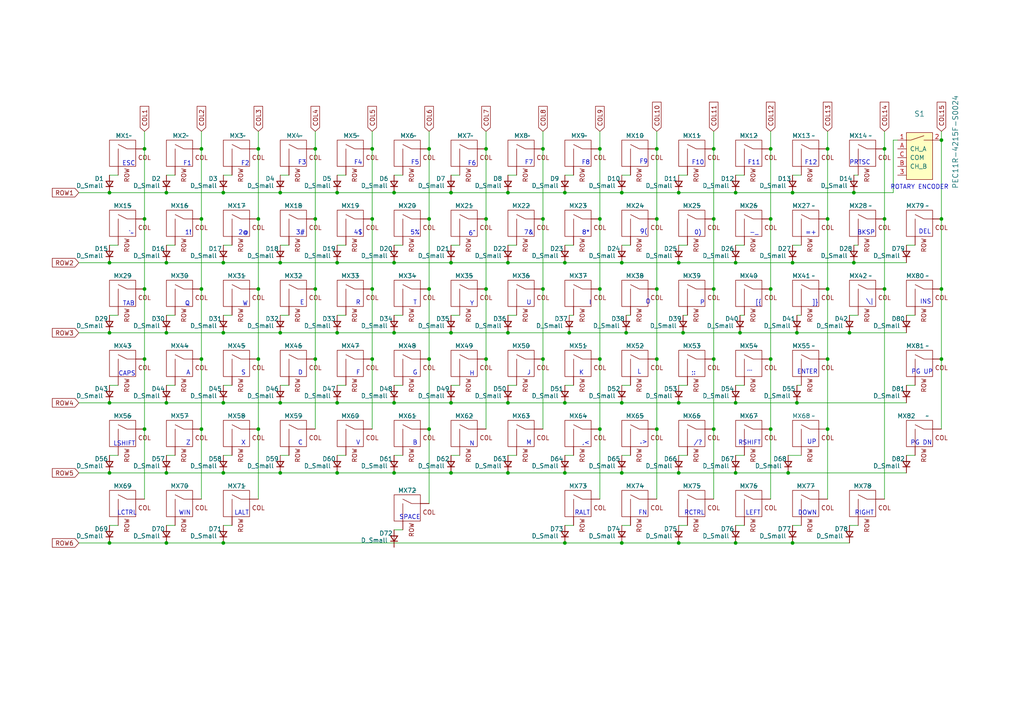
<source format=kicad_sch>
(kicad_sch (version 20231120) (generator "eeschema") (generator_version "8.0")
  (paper "A4")
  (junction (at 180.34 55.88))
  (junction (at 196.85 55.88))
  (junction (at 58.42 104.14))
  (junction (at 97.79 96.52))
  (junction (at 74.93 104.14))
  (junction (at 196.85 76.2))
  (junction (at 240.03 83.82))
  (junction (at 214.63 96.52))
  (junction (at 213.36 55.88))
  (junction (at 198.12 96.52))
  (junction (at 41.91 83.82))
  (junction (at 130.81 137.16))
  (junction (at 58.42 83.82))
  (junction (at 207.01 104.14))
  (junction (at 64.77 157.48))
  (junction (at 31.75 55.88))
  (junction (at 207.01 63.5))
  (junction (at 31.75 96.52))
  (junction (at 107.95 63.5))
  (junction (at 140.97 43.18))
  (junction (at 147.32 96.52))
  (junction (at 97.79 137.16))
  (junction (at 31.75 116.84))
  (junction (at 229.87 157.48))
  (junction (at 147.32 116.84))
  (junction (at 130.81 116.84))
  (junction (at 180.34 76.2))
  (junction (at 196.85 137.16))
  (junction (at 58.42 124.46))
  (junction (at 181.61 96.52))
  (junction (at 173.99 63.5))
  (junction (at 256.54 63.5))
  (junction (at 41.91 124.46))
  (junction (at 58.42 43.18))
  (junction (at 213.36 116.84))
  (junction (at 140.97 104.14))
  (junction (at 157.48 104.14))
  (junction (at 190.5 104.14))
  (junction (at 240.03 124.46))
  (junction (at 163.83 157.48))
  (junction (at 130.81 76.2))
  (junction (at 64.77 76.2))
  (junction (at 247.65 55.88))
  (junction (at 213.36 157.48))
  (junction (at 157.48 83.82))
  (junction (at 81.28 76.2))
  (junction (at 173.99 104.14))
  (junction (at 81.28 96.52))
  (junction (at 240.03 104.14))
  (junction (at 223.52 63.5))
  (junction (at 173.99 43.18))
  (junction (at 173.99 124.46))
  (junction (at 91.44 83.82))
  (junction (at 190.5 83.82))
  (junction (at 273.05 40.64))
  (junction (at 124.46 63.5))
  (junction (at 140.97 63.5))
  (junction (at 74.93 63.5))
  (junction (at 223.52 124.46))
  (junction (at 229.87 55.88))
  (junction (at 213.36 137.16))
  (junction (at 190.5 43.18))
  (junction (at 41.91 104.14))
  (junction (at 114.3 76.2))
  (junction (at 196.85 116.84))
  (junction (at 196.85 157.48))
  (junction (at 114.3 96.52))
  (junction (at 64.77 137.16))
  (junction (at 273.05 104.14))
  (junction (at 180.34 137.16))
  (junction (at 207.01 83.82))
  (junction (at 64.77 55.88))
  (junction (at 213.36 76.2))
  (junction (at 41.91 43.18))
  (junction (at 147.32 76.2))
  (junction (at 48.26 96.52))
  (junction (at 58.42 63.5))
  (junction (at 229.87 76.2))
  (junction (at 107.95 43.18))
  (junction (at 223.52 104.14))
  (junction (at 31.75 137.16))
  (junction (at 48.26 76.2))
  (junction (at 247.65 76.2))
  (junction (at 114.3 55.88))
  (junction (at 81.28 137.16))
  (junction (at 157.48 63.5))
  (junction (at 74.93 43.18))
  (junction (at 180.34 157.48))
  (junction (at 157.48 43.18))
  (junction (at 256.54 83.82))
  (junction (at 74.93 83.82))
  (junction (at 107.95 83.82))
  (junction (at 273.05 83.82))
  (junction (at 173.99 83.82))
  (junction (at 190.5 124.46))
  (junction (at 140.97 83.82))
  (junction (at 163.83 137.16))
  (junction (at 124.46 124.46))
  (junction (at 31.75 157.48))
  (junction (at 124.46 43.18))
  (junction (at 147.32 137.16))
  (junction (at 147.32 55.88))
  (junction (at 228.6 137.16))
  (junction (at 97.79 76.2))
  (junction (at 74.93 124.46))
  (junction (at 165.1 96.52))
  (junction (at 207.01 43.18))
  (junction (at 124.46 104.14))
  (junction (at 223.52 83.82))
  (junction (at 180.34 116.84))
  (junction (at 223.52 43.18))
  (junction (at 130.81 96.52))
  (junction (at 81.28 55.88))
  (junction (at 207.01 124.46))
  (junction (at 31.75 76.2))
  (junction (at 64.77 116.84))
  (junction (at 190.5 63.5))
  (junction (at 91.44 63.5))
  (junction (at 130.81 55.88))
  (junction (at 231.14 96.52))
  (junction (at 256.54 43.18))
  (junction (at 48.26 137.16))
  (junction (at 91.44 43.18))
  (junction (at 246.38 96.52))
  (junction (at 231.14 116.84))
  (junction (at 114.3 116.84))
  (junction (at 107.95 104.14))
  (junction (at 48.26 157.48))
  (junction (at 124.46 83.82))
  (junction (at 64.77 96.52))
  (junction (at 240.03 43.18))
  (junction (at 163.83 76.2))
  (junction (at 41.91 63.5))
  (junction (at 163.83 55.88))
  (junction (at 114.3 137.16))
  (junction (at 81.28 116.84))
  (junction (at 163.83 116.84))
  (junction (at 240.03 63.5))
  (junction (at 97.79 116.84))
  (junction (at 48.26 116.84))
  (junction (at 273.05 63.5))
  (junction (at 91.44 104.14))
  (junction (at 48.26 55.88))
  (junction (at 97.79 55.88))
  (wire (pts (xy 58.42 124.46) (xy 58.42 144.78)))
  (wire (pts (xy 48.26 116.84) (xy 64.77 116.84)))
  (wire (pts (xy 180.34 50.8) (xy 182.88 50.8)))
  (wire (pts (xy 22.86 137.16) (xy 31.75 137.16)))
  (wire (pts (xy 48.26 157.48) (xy 64.77 157.48)))
  (wire (pts (xy 198.12 91.44) (xy 199.39 91.44)))
  (wire (pts (xy 130.81 91.44) (xy 133.35 91.44)))
  (wire (pts (xy 97.79 137.16) (xy 114.3 137.16)))
  (wire (pts (xy 180.34 111.76) (xy 182.88 111.76)))
  (wire (pts (xy 64.77 96.52) (xy 81.28 96.52)))
  (wire (pts (xy 180.34 132.08) (xy 182.88 132.08)))
  (wire (pts (xy 207.01 38.1) (xy 207.01 43.18)))
  (wire (pts (xy 163.83 71.12) (xy 166.37 71.12)))
  (wire (pts (xy 256.54 38.1) (xy 256.54 43.18)))
  (wire (pts (xy 48.26 137.16) (xy 64.77 137.16)))
  (wire (pts (xy 124.46 124.46) (xy 124.46 146.05)))
  (wire (pts (xy 48.26 55.88) (xy 64.77 55.88)))
  (wire (pts (xy 223.52 38.1) (xy 223.52 43.18)))
  (wire (pts (xy 31.75 111.76) (xy 34.29 111.76)))
  (wire (pts (xy 190.5 104.14) (xy 190.5 124.46)))
  (wire (pts (xy 196.85 157.48) (xy 213.36 157.48)))
  (wire (pts (xy 114.3 137.16) (xy 130.81 137.16)))
  (wire (pts (xy 213.36 116.84) (xy 231.14 116.84)))
  (wire (pts (xy 196.85 152.4) (xy 199.39 152.4)))
  (wire (pts (xy 31.75 137.16) (xy 48.26 137.16)))
  (wire (pts (xy 64.77 71.12) (xy 67.31 71.12)))
  (wire (pts (xy 207.01 104.14) (xy 207.01 124.46)))
  (wire (pts (xy 48.26 50.8) (xy 50.8 50.8)))
  (wire (pts (xy 190.5 124.46) (xy 190.5 144.78)))
  (wire (pts (xy 91.44 83.82) (xy 91.44 104.14)))
  (wire (pts (xy 58.42 38.1) (xy 58.42 43.18)))
  (wire (pts (xy 180.34 76.2) (xy 196.85 76.2)))
  (wire (pts (xy 213.36 132.08) (xy 215.9 132.08)))
  (wire (pts (xy 173.99 38.1) (xy 173.99 43.18)))
  (wire (pts (xy 97.79 55.88) (xy 114.3 55.88)))
  (wire (pts (xy 81.28 50.8) (xy 83.82 50.8)))
  (wire (pts (xy 22.86 157.48) (xy 31.75 157.48)))
  (wire (pts (xy 273.05 63.5) (xy 273.05 83.82)))
  (wire (pts (xy 180.34 71.12) (xy 182.88 71.12)))
  (wire (pts (xy 196.85 111.76) (xy 199.39 111.76)))
  (wire (pts (xy 74.93 104.14) (xy 74.93 124.46)))
  (wire (pts (xy 262.89 71.12) (xy 265.43 71.12)))
  (wire (pts (xy 22.86 96.52) (xy 31.75 96.52)))
  (wire (pts (xy 163.83 76.2) (xy 180.34 76.2)))
  (wire (pts (xy 81.28 71.12) (xy 83.82 71.12)))
  (wire (pts (xy 81.28 111.76) (xy 83.82 111.76)))
  (wire (pts (xy 124.46 63.5) (xy 124.46 83.82)))
  (wire (pts (xy 207.01 43.18) (xy 207.01 63.5)))
  (wire (pts (xy 31.75 96.52) (xy 48.26 96.52)))
  (wire (pts (xy 48.26 76.2) (xy 64.77 76.2)))
  (wire (pts (xy 64.77 76.2) (xy 81.28 76.2)))
  (wire (pts (xy 130.81 76.2) (xy 147.32 76.2)))
  (wire (pts (xy 97.79 50.8) (xy 100.33 50.8)))
  (wire (pts (xy 41.91 63.5) (xy 41.91 83.82)))
  (wire (pts (xy 256.54 83.82) (xy 256.54 144.78)))
  (wire (pts (xy 22.86 116.84) (xy 31.75 116.84)))
  (wire (pts (xy 130.81 55.88) (xy 147.32 55.88)))
  (wire (pts (xy 48.26 111.76) (xy 50.8 111.76)))
  (wire (pts (xy 165.1 96.52) (xy 181.61 96.52)))
  (wire (pts (xy 256.54 43.18) (xy 256.54 63.5)))
  (wire (pts (xy 246.38 152.4) (xy 248.92 152.4)))
  (wire (pts (xy 190.5 43.18) (xy 190.5 63.5)))
  (wire (pts (xy 256.54 63.5) (xy 256.54 83.82)))
  (wire (pts (xy 163.83 132.08) (xy 166.37 132.08)))
  (wire (pts (xy 97.79 116.84) (xy 114.3 116.84)))
  (wire (pts (xy 114.3 50.8) (xy 116.84 50.8)))
  (wire (pts (xy 107.95 43.18) (xy 107.95 63.5)))
  (wire (pts (xy 97.79 111.76) (xy 100.33 111.76)))
  (wire (pts (xy 48.26 96.52) (xy 64.77 96.52)))
  (wire (pts (xy 74.93 124.46) (xy 74.93 144.78)))
  (wire (pts (xy 64.77 132.08) (xy 67.31 132.08)))
  (wire (pts (xy 130.81 111.76) (xy 133.35 111.76)))
  (wire (pts (xy 262.89 91.44) (xy 265.43 91.44)))
  (wire (pts (xy 147.32 50.8) (xy 149.86 50.8)))
  (wire (pts (xy 223.52 104.14) (xy 223.52 124.46)))
  (wire (pts (xy 91.44 43.18) (xy 91.44 63.5)))
  (wire (pts (xy 229.87 50.8) (xy 232.41 50.8)))
  (wire (pts (xy 231.14 91.44) (xy 232.41 91.44)))
  (wire (pts (xy 181.61 96.52) (xy 198.12 96.52)))
  (wire (pts (xy 31.75 116.84) (xy 48.26 116.84)))
  (wire (pts (xy 114.3 116.84) (xy 130.81 116.84)))
  (wire (pts (xy 213.36 50.8) (xy 215.9 50.8)))
  (wire (pts (xy 97.79 76.2) (xy 114.3 76.2)))
  (wire (pts (xy 207.01 124.46) (xy 207.01 144.78)))
  (wire (pts (xy 213.36 152.4) (xy 215.9 152.4)))
  (wire (pts (xy 247.65 71.12) (xy 248.92 71.12)))
  (wire (pts (xy 163.83 50.8) (xy 166.37 50.8)))
  (wire (pts (xy 64.77 152.4) (xy 67.31 152.4)))
  (wire (pts (xy 240.03 63.5) (xy 240.03 83.82)))
  (wire (pts (xy 58.42 83.82) (xy 58.42 104.14)))
  (wire (pts (xy 147.32 137.16) (xy 163.83 137.16)))
  (wire (pts (xy 114.3 111.76) (xy 116.84 111.76)))
  (wire (pts (xy 81.28 91.44) (xy 83.82 91.44)))
  (wire (pts (xy 114.3 132.08) (xy 116.84 132.08)))
  (wire (pts (xy 229.87 71.12) (xy 232.41 71.12)))
  (wire (pts (xy 157.48 38.1) (xy 157.48 43.18)))
  (wire (pts (xy 41.91 38.1) (xy 41.91 43.18)))
  (wire (pts (xy 214.63 91.44) (xy 215.9 91.44)))
  (wire (pts (xy 31.75 157.48) (xy 48.26 157.48)))
  (wire (pts (xy 247.65 55.88) (xy 259.08 55.88)))
  (wire (pts (xy 64.77 111.76) (xy 67.31 111.76)))
  (wire (pts (xy 130.81 132.08) (xy 133.35 132.08)))
  (wire (pts (xy 213.36 157.48) (xy 229.87 157.48)))
  (wire (pts (xy 173.99 43.18) (xy 173.99 63.5)))
  (wire (pts (xy 223.52 63.5) (xy 223.52 83.82)))
  (wire (pts (xy 130.81 71.12) (xy 133.35 71.12)))
  (wire (pts (xy 180.34 152.4) (xy 182.88 152.4)))
  (wire (pts (xy 214.63 96.52) (xy 231.14 96.52)))
  (wire (pts (xy 157.48 63.5) (xy 157.48 83.82)))
  (wire (pts (xy 58.42 63.5) (xy 58.42 83.82)))
  (wire (pts (xy 64.77 91.44) (xy 67.31 91.44)))
  (wire (pts (xy 246.38 96.52) (xy 262.89 96.52)))
  (wire (pts (xy 74.93 38.1) (xy 74.93 43.18)))
  (wire (pts (xy 91.44 104.14) (xy 91.44 124.46)))
  (wire (pts (xy 31.75 55.88) (xy 48.26 55.88)))
  (wire (pts (xy 228.6 137.16) (xy 262.89 137.16)))
  (wire (pts (xy 163.83 137.16) (xy 180.34 137.16)))
  (wire (pts (xy 64.77 116.84) (xy 81.28 116.84)))
  (wire (pts (xy 81.28 96.52) (xy 97.79 96.52)))
  (wire (pts (xy 107.95 38.1) (xy 107.95 43.18)))
  (wire (pts (xy 140.97 83.82) (xy 140.97 104.14)))
  (wire (pts (xy 180.34 137.16) (xy 196.85 137.16)))
  (wire (pts (xy 41.91 124.46) (xy 41.91 144.78)))
  (wire (pts (xy 31.75 76.2) (xy 48.26 76.2)))
  (wire (pts (xy 240.03 83.82) (xy 240.03 104.14)))
  (wire (pts (xy 124.46 104.14) (xy 124.46 124.46)))
  (wire (pts (xy 181.61 91.44) (xy 182.88 91.44)))
  (wire (pts (xy 223.52 124.46) (xy 223.52 144.78)))
  (wire (pts (xy 31.75 71.12) (xy 34.29 71.12)))
  (wire (pts (xy 64.77 50.8) (xy 67.31 50.8)))
  (wire (pts (xy 41.91 83.82) (xy 41.91 104.14)))
  (wire (pts (xy 58.42 104.14) (xy 58.42 124.46)))
  (wire (pts (xy 163.83 55.88) (xy 180.34 55.88)))
  (wire (pts (xy 147.32 76.2) (xy 163.83 76.2)))
  (wire (pts (xy 190.5 63.5) (xy 190.5 83.82)))
  (wire (pts (xy 247.65 50.8) (xy 248.92 50.8)))
  (wire (pts (xy 190.5 38.1) (xy 190.5 43.18)))
  (wire (pts (xy 97.79 71.12) (xy 100.33 71.12)))
  (wire (pts (xy 124.46 38.1) (xy 124.46 43.18)))
  (wire (pts (xy 31.75 152.4) (xy 34.29 152.4)))
  (wire (pts (xy 114.3 55.88) (xy 130.81 55.88)))
  (wire (pts (xy 140.97 63.5) (xy 140.97 83.82)))
  (wire (pts (xy 124.46 43.18) (xy 124.46 63.5)))
  (wire (pts (xy 173.99 104.14) (xy 173.99 124.46)))
  (wire (pts (xy 228.6 132.08) (xy 232.41 132.08)))
  (wire (pts (xy 147.32 55.88) (xy 163.83 55.88)))
  (wire (pts (xy 229.87 152.4) (xy 232.41 152.4)))
  (wire (pts (xy 147.32 71.12) (xy 149.86 71.12)))
  (wire (pts (xy 223.52 43.18) (xy 223.52 63.5)))
  (wire (pts (xy 198.12 96.52) (xy 214.63 96.52)))
  (wire (pts (xy 262.89 132.08) (xy 265.43 132.08)))
  (wire (pts (xy 130.81 50.8) (xy 133.35 50.8)))
  (wire (pts (xy 240.03 43.18) (xy 240.03 63.5)))
  (wire (pts (xy 273.05 83.82) (xy 273.05 104.14)))
  (wire (pts (xy 157.48 43.18) (xy 157.48 63.5)))
  (wire (pts (xy 247.65 76.2) (xy 262.89 76.2)))
  (wire (pts (xy 140.97 43.18) (xy 140.97 63.5)))
  (wire (pts (xy 231.14 116.84) (xy 262.89 116.84)))
  (wire (pts (xy 107.95 83.82) (xy 107.95 104.14)))
  (wire (pts (xy 114.3 153.67) (xy 116.84 153.67)))
  (wire (pts (xy 64.77 55.88) (xy 81.28 55.88)))
  (wire (pts (xy 130.81 137.16) (xy 147.32 137.16)))
  (wire (pts (xy 173.99 124.46) (xy 173.99 144.78)))
  (wire (pts (xy 97.79 132.08) (xy 100.33 132.08)))
  (wire (pts (xy 163.83 152.4) (xy 166.37 152.4)))
  (wire (pts (xy 163.83 111.76) (xy 166.37 111.76)))
  (wire (pts (xy 231.14 96.52) (xy 246.38 96.52)))
  (wire (pts (xy 157.48 83.82) (xy 157.48 104.14)))
  (wire (pts (xy 207.01 63.5) (xy 207.01 83.82)))
  (wire (pts (xy 124.46 83.82) (xy 124.46 104.14)))
  (wire (pts (xy 140.97 38.1) (xy 140.97 43.18)))
  (wire (pts (xy 48.26 71.12) (xy 50.8 71.12)))
  (wire (pts (xy 163.83 157.48) (xy 180.34 157.48)))
  (wire (pts (xy 64.77 157.48) (xy 163.83 157.48)))
  (wire (pts (xy 273.05 38.1) (xy 273.05 40.64)))
  (wire (pts (xy 229.87 55.88) (xy 247.65 55.88)))
  (wire (pts (xy 31.75 91.44) (xy 34.29 91.44)))
  (wire (pts (xy 81.28 137.16) (xy 97.79 137.16)))
  (wire (pts (xy 97.79 91.44) (xy 100.33 91.44)))
  (wire (pts (xy 147.32 132.08) (xy 149.86 132.08)))
  (wire (pts (xy 229.87 76.2) (xy 247.65 76.2)))
  (wire (pts (xy 196.85 50.8) (xy 199.39 50.8)))
  (wire (pts (xy 48.26 152.4) (xy 50.8 152.4)))
  (wire (pts (xy 74.93 43.18) (xy 74.93 63.5)))
  (wire (pts (xy 91.44 63.5) (xy 91.44 83.82)))
  (wire (pts (xy 41.91 104.14) (xy 41.91 124.46)))
  (wire (pts (xy 31.75 132.08) (xy 34.29 132.08)))
  (wire (pts (xy 213.36 111.76) (xy 215.9 111.76)))
  (wire (pts (xy 240.03 104.14) (xy 240.03 124.46)))
  (wire (pts (xy 196.85 132.08) (xy 199.39 132.08)))
  (wire (pts (xy 190.5 83.82) (xy 190.5 104.14)))
  (wire (pts (xy 196.85 137.16) (xy 213.36 137.16)))
  (wire (pts (xy 273.05 104.14) (xy 273.05 124.46)))
  (wire (pts (xy 259.08 55.88) (xy 259.08 40.64)))
  (wire (pts (xy 196.85 116.84) (xy 213.36 116.84)))
  (wire (pts (xy 22.86 55.88) (xy 31.75 55.88)))
  (wire (pts (xy 180.34 55.88) (xy 196.85 55.88)))
  (wire (pts (xy 240.03 124.46) (xy 240.03 144.78)))
  (wire (pts (xy 246.38 91.44) (xy 248.92 91.44)))
  (wire (pts (xy 180.34 157.48) (xy 196.85 157.48)))
  (wire (pts (xy 259.08 40.64) (xy 260.35 40.64)))
  (wire (pts (xy 81.28 55.88) (xy 97.79 55.88)))
  (wire (pts (xy 114.3 76.2) (xy 130.81 76.2)))
  (wire (pts (xy 147.32 111.76) (xy 149.86 111.76)))
  (wire (pts (xy 262.89 111.76) (xy 265.43 111.76)))
  (wire (pts (xy 147.32 91.44) (xy 149.86 91.44)))
  (wire (pts (xy 140.97 104.14) (xy 140.97 124.46)))
  (wire (pts (xy 114.3 91.44) (xy 116.84 91.44)))
  (wire (pts (xy 213.36 76.2) (xy 229.87 76.2)))
  (wire (pts (xy 147.32 96.52) (xy 165.1 96.52)))
  (wire (pts (xy 231.14 111.76) (xy 232.41 111.76)))
  (wire (pts (xy 147.32 116.84) (xy 163.83 116.84)))
  (wire (pts (xy 196.85 55.88) (xy 213.36 55.88)))
  (wire (pts (xy 229.87 157.48) (xy 246.38 157.48)))
  (wire (pts (xy 22.86 76.2) (xy 31.75 76.2)))
  (wire (pts (xy 91.44 38.1) (xy 91.44 43.18)))
  (wire (pts (xy 196.85 76.2) (xy 213.36 76.2)))
  (wire (pts (xy 180.34 116.84) (xy 196.85 116.84)))
  (wire (pts (xy 48.26 91.44) (xy 50.8 91.44)))
  (wire (pts (xy 107.95 104.14) (xy 107.95 124.46)))
  (wire (pts (xy 74.93 63.5) (xy 74.93 83.82)))
  (wire (pts (xy 81.28 132.08) (xy 83.82 132.08)))
  (wire (pts (xy 114.3 96.52) (xy 130.81 96.52)))
  (wire (pts (xy 58.42 43.18) (xy 58.42 63.5)))
  (wire (pts (xy 213.36 137.16) (xy 228.6 137.16)))
  (wire (pts (xy 114.3 71.12) (xy 116.84 71.12)))
  (wire (pts (xy 163.83 116.84) (xy 180.34 116.84)))
  (wire (pts (xy 130.81 96.52) (xy 147.32 96.52)))
  (wire (pts (xy 81.28 116.84) (xy 97.79 116.84)))
  (wire (pts (xy 31.75 50.8) (xy 34.29 50.8)))
  (wire (pts (xy 74.93 83.82) (xy 74.93 104.14)))
  (wire (pts (xy 64.77 137.16) (xy 81.28 137.16)))
  (wire (pts (xy 213.36 55.88) (xy 229.87 55.88)))
  (wire (pts (xy 48.26 132.08) (xy 50.8 132.08)))
  (wire (pts (xy 273.05 40.64) (xy 273.05 63.5)))
  (wire (pts (xy 223.52 83.82) (xy 223.52 104.14)))
  (wire (pts (xy 130.81 116.84) (xy 147.32 116.84)))
  (wire (pts (xy 213.36 71.12) (xy 215.9 71.12)))
  (wire (pts (xy 81.28 76.2) (xy 97.79 76.2)))
  (wire (pts (xy 165.1 91.44) (xy 166.37 91.44)))
  (wire (pts (xy 41.91 43.18) (xy 41.91 63.5)))
  (wire (pts (xy 207.01 83.82) (xy 207.01 104.14)))
  (wire (pts (xy 196.85 71.12) (xy 199.39 71.12)))
  (wire (pts (xy 240.03 38.1) (xy 240.03 43.18)))
  (wire (pts (xy 107.95 63.5) (xy 107.95 83.82)))
  (wire (pts (xy 157.48 104.14) (xy 157.48 124.46)))
  (wire (pts (xy 97.79 96.52) (xy 114.3 96.52)))
  (wire (pts (xy 173.99 83.82) (xy 173.99 104.14)))
  (wire (pts (xy 173.99 63.5) (xy 173.99 83.82)))
  (text "F12\n" (at 235.204 47.244 0) (effects (font (size 1.27 1.27))))
  (text "UP" (at 235.458 128.27 0) (effects (font (size 1.27 1.27))))
  (text "DEL" (at 268.224 67.31 0) (effects (font (size 1.27 1.27))))
  (text "K" (at 168.656 108.204 0) (effects (font (size 1.27 1.27))))
  (text ";:" (at 201.168 108.204 0) (effects (font (size 1.27 1.27))))
  (text "G" (at 120.396 108.204 0) (effects (font (size 1.27 1.27))))
  (text "W" (at 71.12 88.138 0) (effects (font (size 1.27 1.27))))
  (text "A" (at 54.61 108.204 0) (effects (font (size 1.27 1.27))))
  (text "8*" (at 169.926 67.564 0) (effects (font (size 1.27 1.27))))
  (text "O" (at 187.96 87.63 0) (effects (font (size 1.27 1.27))))
  (text "F6\n" (at 136.906 47.498 0) (effects (font (size 1.27 1.27))))
  (text "]}" (at 236.474 87.884 0) (effects (font (size 1.27 1.27))))
  (text "D" (at 87.122 108.204 0) (effects (font (size 1.27 1.27))))
  (text "F" (at 103.886 108.204 0) (effects (font (size 1.27 1.27))))
  (text "X" (at 70.612 128.524 0) (effects (font (size 1.27 1.27))))
  (text "4$" (at 103.886 67.564 0) (effects (font (size 1.27 1.27))))
  (text "Z" (at 54.61 128.524 0) (effects (font (size 1.27 1.27))))
  (text "Y" (at 136.906 88.138 0) (effects (font (size 1.27 1.27))))
  (text "E" (at 87.63 87.884 0) (effects (font (size 1.27 1.27))))
  (text "/?\n" (at 202.438 128.524 0) (effects (font (size 1.27 1.27))))
  (text "RSHIFT" (at 217.424 128.524 0) (effects (font (size 1.27 1.27))))
  (text "LCTRL\n" (at 36.83 148.844 0) (effects (font (size 1.27 1.27))))
  (text "'\"" (at 217.424 108.204 0) (effects (font (size 1.27 1.27))))
  (text "N" (at 136.906 128.778 0) (effects (font (size 1.27 1.27))))
  (text "6^" (at 136.906 67.818 0) (effects (font (size 1.27 1.27))))
  (text "=+" (at 235.204 67.564 0) (effects (font (size 1.27 1.27))))
  (text ",<" (at 169.926 128.524 0) (effects (font (size 1.27 1.27))))
  (text "5%" (at 120.396 67.564 0) (effects (font (size 1.27 1.27))))
  (text "RALT" (at 168.91 148.844 0) (effects (font (size 1.27 1.27))))
  (text "RCTRL" (at 201.422 148.844 0) (effects (font (size 1.27 1.27))))
  (text "WIN" (at 53.594 148.844 0) (effects (font (size 1.27 1.27))))
  (text "FN" (at 186.436 148.844 0) (effects (font (size 1.27 1.27))))
  (text "M" (at 153.416 128.524 0) (effects (font (size 1.27 1.27))))
  (text "RIGHT" (at 250.698 148.844 0) (effects (font (size 1.27 1.27))))
  (text "F5\n" (at 120.396 47.244 0) (effects (font (size 1.27 1.27))))
  (text "SPACE" (at 118.872 150.114 0) (effects (font (size 1.27 1.27))))
  (text "ENTER" (at 234.188 107.95 0) (effects (font (size 1.27 1.27))))
  (text "U" (at 153.416 87.884 0) (effects (font (size 1.27 1.27))))
  (text "T" (at 120.396 87.884 0) (effects (font (size 1.27 1.27))))
  (text "F11" (at 218.694 47.244 0) (effects (font (size 1.27 1.27))))
  (text "R\n" (at 103.886 87.884 0) (effects (font (size 1.27 1.27))))
  (text "LSHIFT" (at 36.068 128.778 0) (effects (font (size 1.27 1.27))))
  (text "F7" (at 153.416 47.244 0) (effects (font (size 1.27 1.27))))
  (text "F3" (at 87.63 47.244 0) (effects (font (size 1.27 1.27))))
  (text "9(" (at 186.69 67.31 0) (effects (font (size 1.27 1.27))))
  (text "BKSP" (at 251.206 67.564 0) (effects (font (size 1.27 1.27))))
  (text "\\|" (at 252.476 87.63 0) (effects (font (size 1.27 1.27))))
  (text "3#" (at 87.122 67.564 0) (effects (font (size 1.27 1.27))))
  (text "TAB" (at 37.338 88.138 0) (effects (font (size 1.27 1.27))))
  (text "DOWN" (at 234.188 148.844 0) (effects (font (size 1.27 1.27))))
  (text "I" (at 171.196 87.884 0) (effects (font (size 1.27 1.27))))
  (text "INS" (at 268.478 87.63 0) (effects (font (size 1.27 1.27))))
  (text "J" (at 153.416 108.204 0) (effects (font (size 1.27 1.27))))
  (text "F8" (at 169.926 47.244 0) (effects (font (size 1.27 1.27))))
  (text "L" (at 185.42 107.95 0) (effects (font (size 1.27 1.27))))
  (text "CAPS" (at 36.83 108.458 0) (effects (font (size 1.27 1.27))))
  (text "7&" (at 153.416 67.564 0) (effects (font (size 1.27 1.27))))
  (text "ESC\n" (at 37.338 47.498 0) (effects (font (size 1.27 1.27))))
  (text "B" (at 120.396 128.524 0) (effects (font (size 1.27 1.27))))
  (text "F9" (at 186.69 46.99 0) (effects (font (size 1.27 1.27))))
  (text "2@" (at 70.612 67.564 0) (effects (font (size 1.27 1.27))))
  (text "V" (at 103.886 128.524 0) (effects (font (size 1.27 1.27))))
  (text "Q" (at 54.356 88.138 0) (effects (font (size 1.27 1.27))))
  (text "[{" (at 219.964 87.884 0) (effects (font (size 1.27 1.27))))
  (text "PRTSC\n" (at 249.428 47.244 0) (effects (font (size 1.27 1.27))))
  (text "F1" (at 54.356 47.498 0) (effects (font (size 1.27 1.27))))
  (text "ROTARY ENCODER\n" (at 266.7 54.356 0) (effects (font (size 1.27 1.27))))
  (text "LEFT" (at 218.44 148.844 0) (effects (font (size 1.27 1.27))))
  (text ".>\n" (at 186.69 128.27 0) (effects (font (size 1.27 1.27))))
  (text "PG UP" (at 267.462 107.95 0) (effects (font (size 1.27 1.27))))
  (text "0)" (at 202.438 67.564 0) (effects (font (size 1.27 1.27))))
  (text "F4" (at 103.886 47.244 0) (effects (font (size 1.27 1.27))))
  (text "F10" (at 202.438 47.244 0) (effects (font (size 1.27 1.27))))
  (text "C" (at 87.122 128.524 0) (effects (font (size 1.27 1.27))))
  (text "LALT" (at 70.104 148.844 0) (effects (font (size 1.27 1.27))))
  (text "PG DN" (at 267.208 128.524 0) (effects (font (size 1.27 1.27))))
  (text "P" (at 203.708 87.884 0) (effects (font (size 1.27 1.27))))
  (text "H" (at 136.906 108.458 0) (effects (font (size 1.27 1.27))))
  (text "F2" (at 71.12 47.498 0) (effects (font (size 1.27 1.27))))
  (text "`~" (at 38.1 67.818 0) (effects (font (size 1.27 1.27))))
  (text "1!" (at 54.61 67.564 0) (effects (font (size 1.27 1.27))))
  (text "S" (at 70.612 108.204 0) (effects (font (size 1.27 1.27))))
  (text "-_" (at 218.694 67.564 0) (effects (font (size 1.27 1.27))))
  (global_label "COL8" (shape input) (at 157.48 38.1 90) (property "Intersheetrefs" "${INTERSHEET_REFS}" (effects (hide yes))))
  (global_label "COL9" (shape input) (at 173.99 38.1 90) (property "Intersheetrefs" "${INTERSHEET_REFS}" (effects (hide yes))))
  (global_label "COL11" (shape input) (at 207.01 38.1 90) (property "Intersheetrefs" "${INTERSHEET_REFS}" (effects (hide yes))))
  (global_label "COL5" (shape input) (at 107.95 38.1 90) (property "Intersheetrefs" "${INTERSHEET_REFS}" (effects (hide yes))))
  (global_label "COL13" (shape input) (at 240.03 38.1 90) (property "Intersheetrefs" "${INTERSHEET_REFS}" (effects (hide yes))))
  (global_label "COL14" (shape input) (at 256.54 38.1 90) (property "Intersheetrefs" "${INTERSHEET_REFS}" (effects (hide yes))))
  (global_label "ROW4" (shape input) (at 22.86 116.84 180) (property "Intersheetrefs" "${INTERSHEET_REFS}" (effects (hide yes))))
  (global_label "ROW1" (shape input) (at 22.86 55.88 180) (property "Intersheetrefs" "${INTERSHEET_REFS}" (effects (hide yes))))
  (global_label "ROW5" (shape input) (at 22.86 137.16 180) (property "Intersheetrefs" "${INTERSHEET_REFS}" (effects (hide yes))))
  (global_label "COL12" (shape input) (at 223.52 38.1 90) (property "Intersheetrefs" "${INTERSHEET_REFS}" (effects (hide yes))))
  (global_label "COL7" (shape input) (at 140.97 38.1 90) (property "Intersheetrefs" "${INTERSHEET_REFS}" (effects (hide yes))))
  (global_label "ROW2" (shape input) (at 22.86 76.2 180) (property "Intersheetrefs" "${INTERSHEET_REFS}" (effects (hide yes))))
  (global_label "COL4" (shape input) (at 91.44 38.1 90) (property "Intersheetrefs" "${INTERSHEET_REFS}" (effects (hide yes))))
  (global_label "COL10" (shape input) (at 190.5 38.1 90) (property "Intersheetrefs" "${INTERSHEET_REFS}" (effects (hide yes))))
  (global_label "COL2" (shape input) (at 58.42 38.1 90) (property "Intersheetrefs" "${INTERSHEET_REFS}" (effects (hide yes))))
  (global_label "ROW6" (shape input) (at 22.86 157.48 180) (property "Intersheetrefs" "${INTERSHEET_REFS}" (effects (hide yes))))
  (global_label "COL6" (shape input) (at 124.46 38.1 90) (property "Intersheetrefs" "${INTERSHEET_REFS}" (effects (hide yes))))
  (global_label "COL15" (shape input) (at 273.05 38.1 90) (property "Intersheetrefs" "${INTERSHEET_REFS}" (effects (hide yes))))
  (global_label "COL1" (shape input) (at 41.91 38.1 90) (property "Intersheetrefs" "${INTERSHEET_REFS}" (effects (hide yes))))
  (global_label "ROW3" (shape input) (at 22.86 96.52 180) (property "Intersheetrefs" "${INTERSHEET_REFS}" (effects (hide yes))))
  (global_label "COL3" (shape input) (at 74.93 38.1 90) (property "Intersheetrefs" "${INTERSHEET_REFS}" (effects (hide yes))))
  (symbol (lib_id "Device:D_Small") (at 163.83 73.66 90) (unit 1)
    (property "Reference" "D23" (at 159.512 72.136 90) (effects (justify right)))
    (property "Value" "D_Small" (at 154.178 74.168 90) (effects (justify right)))
    (property "Description" "Diode, small symbol" (effects (hide yes)))
    (property "Sim.Device" "D" (effects (hide yes)))
    (property "Sim.Pins" "1=K 2=A" (effects (hide yes)))
  )
  (symbol (lib_id "Device:D_Small") (at 196.85 73.66 90) (unit 1)
    (property "Reference" "D25" (at 192.532 72.136 90) (effects (justify right)))
    (property "Value" "D_Small" (at 187.198 74.168 90) (effects (justify right)))
    (property "Description" "Diode, small symbol" (effects (hide yes)))
    (property "Sim.Device" "D" (effects (hide yes)))
    (property "Sim.Pins" "1=K 2=A" (effects (hide yes)))
  )
  (symbol (lib_id "Device:D_Small") (at 97.79 73.66 90) (unit 1)
    (property "Reference" "D19" (at 93.472 72.136 90) (effects (justify right)))
    (property "Value" "D_Small" (at 88.138 74.168 90) (effects (justify right)))
    (property "Description" "Diode, small symbol" (effects (hide yes)))
    (property "Sim.Device" "D" (effects (hide yes)))
    (property "Sim.Pins" "1=K 2=A" (effects (hide yes)))
  )
  (symbol (lib_name "Keyboard:MX_Switch") (lib_id "Keyboard:MX_Switch") (at 233.68 105.41 0) (unit 1)
    (property "Reference" "MX55" (at 232.41 100.33 0))
    (property "Value" "~" (at 235.9127 100.33 0))
  )
  (symbol (lib_id "Device:D_Small") (at 130.81 53.34 90) (unit 1)
    (property "Reference" "D7" (at 126.492 51.816 90) (effects (justify right)))
    (property "Value" "D_Small" (at 121.158 53.848 90) (effects (justify right)))
    (property "Description" "Diode, small symbol" (effects (hide yes)))
    (property "Sim.Device" "D" (effects (hide yes)))
    (property "Sim.Pins" "1=K 2=A" (effects (hide yes)))
  )
  (symbol (lib_id "Device:D_Small") (at 262.89 114.3 90) (unit 1)
    (property "Reference" "D81" (at 258.572 112.776 90) (effects (justify right)))
    (property "Value" "D_Small" (at 253.238 114.808 90) (effects (justify right)))
    (property "Description" "Diode, small symbol" (effects (hide yes)))
    (property "Sim.Device" "D" (effects (hide yes)))
    (property "Sim.Pins" "1=K 2=A" (effects (hide yes)))
  )
  (symbol (lib_id "Device:D_Small") (at 262.89 73.66 90) (unit 1)
    (property "Reference" "D79" (at 258.572 72.136 90) (effects (justify right)))
    (property "Value" "D_Small" (at 253.238 74.168 90) (effects (justify right)))
    (property "Description" "Diode, small symbol" (effects (hide yes)))
    (property "Sim.Device" "D" (effects (hide yes)))
    (property "Sim.Pins" "1=K 2=A" (effects (hide yes)))
  )
  (symbol (lib_id "Keyboard:MX_Switch") (at 101.6 44.45 0) (unit 1)
    (property "Reference" "MX5" (at 101.6 39.37 0))
    (property "Value" "~" (at 103.8327 39.37 0))
  )
  (symbol (lib_name "Keyboard:MX_Switch") (lib_id "Keyboard:MX_Switch") (at 184.15 146.05 0) (unit 1)
    (property "Reference" "MX74" (at 184.15 140.97 0))
    (property "Value" "~" (at 186.3827 140.97 0))
  )
  (symbol (lib_id "Device:D_Small") (at 196.85 154.94 90) (unit 1)
    (property "Reference" "D75" (at 192.532 153.416 90) (effects (justify right)))
    (property "Value" "D_Small" (at 187.198 155.448 90) (effects (justify right)))
    (property "Description" "Diode, small symbol" (effects (hide yes)))
    (property "Sim.Device" "D" (effects (hide yes)))
    (property "Sim.Pins" "1=K 2=A" (effects (hide yes)))
  )
  (symbol (lib_id "Keyboard:MX_Switch") (at 118.11 105.41 0) (unit 1)
    (property "Reference" "MX48" (at 118.11 100.33 0))
    (property "Value" "~" (at 120.3427 100.33 0))
  )
  (symbol (lib_id "Keyboard:MX_Switch") (at 52.07 125.73 0) (unit 1)
    (property "Reference" "MX57" (at 52.07 120.65 0))
    (property "Value" "~" (at 54.3027 120.65 0))
  )
  (symbol (lib_id "Keyboard:MX_Switch") (at 167.64 64.77 0) (unit 1)
    (property "Reference" "MX23" (at 167.64 59.69 0))
    (property "Value" "~" (at 169.8727 59.69 0))
  )
  (symbol (lib_id "Keyboard:MX_Switch") (at 200.66 125.73 0) (unit 1)
    (property "Reference" "MX66" (at 200.66 120.65 0))
    (property "Value" "~" (at 202.8927 120.65 0))
  )
  (symbol (lib_id "Keyboard:MX_Switch") (at 118.11 85.09 0) (unit 1)
    (property "Reference" "MX34" (at 118.11 80.01 0))
    (property "Value" "~" (at 120.3427 80.01 0))
  )
  (symbol (lib_id "Keyboard:MX_Switch") (at 68.58 85.09 0) (unit 1)
    (property "Reference" "MX31" (at 68.58 80.01 0))
    (property "Value" "~" (at 70.8127 80.01 0))
  )
  (symbol (lib_id "Device:D_Small") (at 81.28 53.34 90) (unit 1)
    (property "Reference" "D4" (at 76.962 51.816 90) (effects (justify right)))
    (property "Value" "D_Small" (at 71.628 53.848 90) (effects (justify right)))
    (property "Description" "Diode, small symbol" (effects (hide yes)))
    (property "Sim.Device" "D" (effects (hide yes)))
    (property "Sim.Pins" "1=K 2=A" (effects (hide yes)))
  )
  (symbol (lib_id "Device:D_Small") (at 48.26 134.62 90) (unit 1)
    (property "Reference" "D57" (at 43.942 133.096 90) (effects (justify right)))
    (property "Value" "D_Small" (at 38.608 135.128 90) (effects (justify right)))
    (property "Description" "Diode, small symbol" (effects (hide yes)))
    (property "Sim.Device" "D" (effects (hide yes)))
    (property "Sim.Pins" "1=K 2=A" (effects (hide yes)))
  )
  (symbol (lib_id "Keyboard:MX_Switch") (at 118.11 64.77 0) (unit 1)
    (property "Reference" "MX20" (at 118.11 59.69 0))
    (property "Value" "~" (at 120.3427 59.69 0))
  )
  (symbol (lib_id "Device:D_Small") (at 48.26 73.66 90) (unit 1)
    (property "Reference" "D16" (at 43.942 72.136 90) (effects (justify right)))
    (property "Value" "D_Small" (at 38.608 74.168 90) (effects (justify right)))
    (property "Description" "Diode, small symbol" (effects (hide yes)))
    (property "Sim.Device" "D" (effects (hide yes)))
    (property "Sim.Pins" "1=K 2=A" (effects (hide yes)))
  )
  (symbol (lib_id "Keyboard:MX_Switch") (at 101.6 105.41 0) (unit 1)
    (property "Reference" "MX47" (at 101.6 100.33 0))
    (property "Value" "~" (at 103.8327 100.33 0))
  )
  (symbol (lib_id "Keyboard:MX_Switch") (at 35.56 85.09 0) (unit 1)
    (property "Reference" "MX29" (at 35.56 80.01 0))
    (property "Value" "~" (at 37.7927 80.01 0))
  )
  (symbol (lib_id "Keyboard:MX_Switch") (at 217.17 44.45 0) (unit 1)
    (property "Reference" "MX12" (at 217.17 39.37 0))
    (property "Value" "~" (at 219.4027 39.37 0))
  )
  (symbol (lib_id "Keyboard:MX_Switch") (at 134.62 85.09 0) (unit 1)
    (property "Reference" "MX35" (at 134.62 80.01 0))
    (property "Value" "~" (at 136.8527 80.01 0))
  )
  (symbol (lib_id "Device:D_Small") (at 180.34 114.3 90) (unit 1)
    (property "Reference" "D52" (at 176.022 112.776 90) (effects (justify right)))
    (property "Value" "D_Small" (at 170.688 114.808 90) (effects (justify right)))
    (property "Description" "Diode, small symbol" (effects (hide yes)))
    (property "Sim.Device" "D" (effects (hide yes)))
    (property "Sim.Pins" "1=K 2=A" (effects (hide yes)))
  )
  (symbol (lib_id "Keyboard:MX_Switch") (at 134.62 64.77 0) (unit 1)
    (property "Reference" "MX21" (at 134.62 59.69 0))
    (property "Value" "~" (at 136.8527 59.69 0))
  )
  (symbol (lib_id "Keyboard:MX_Switch") (at 35.56 146.05 0) (unit 1)
    (property "Reference" "MX69" (at 35.56 140.97 0))
    (property "Value" "~" (at 37.7927 140.97 0))
  )
  (symbol (lib_id "Device:D_Small") (at 147.32 73.66 90) (unit 1)
    (property "Reference" "D22" (at 143.002 72.136 90) (effects (justify right)))
    (property "Value" "D_Small" (at 137.668 74.168 90) (effects (justify right)))
    (property "Description" "Diode, small symbol" (effects (hide yes)))
    (property "Sim.Device" "D" (effects (hide yes)))
    (property "Sim.Pins" "1=K 2=A" (effects (hide yes)))
  )
  (symbol (lib_id "Keyboard:MX_Switch") (at 167.64 44.45 0) (unit 1)
    (property "Reference" "MX9" (at 167.64 39.37 0))
    (property "Value" "~" (at 169.8727 39.37 0))
  )
  (symbol (lib_id "Device:D_Small") (at 130.81 114.3 90) (unit 1)
    (property "Reference" "D49" (at 126.492 112.776 90) (effects (justify right)))
    (property "Value" "D_Small" (at 121.158 114.808 90) (effects (justify right)))
    (property "Description" "Diode, small symbol" (effects (hide yes)))
    (property "Sim.Device" "D" (effects (hide yes)))
    (property "Sim.Pins" "1=K 2=A" (effects (hide yes)))
  )
  (symbol (lib_id "Keyboard:MX_Switch") (at 184.15 44.45 0) (unit 1)
    (property "Reference" "MX10" (at 184.15 39.37 0))
    (property "Value" "~" (at 186.3827 39.37 0))
  )
  (symbol (lib_id "Keyboard:MX_Switch") (at 68.58 44.45 0) (unit 1)
    (property "Reference" "MX3" (at 68.58 39.37 0))
    (property "Value" "~" (at 70.8127 39.37 0))
  )
  (symbol (lib_id "Device:D_Small") (at 147.32 53.34 90) (unit 1)
    (property "Reference" "D8" (at 143.002 51.816 90) (effects (justify right)))
    (property "Value" "D_Small" (at 137.668 53.848 90) (effects (justify right)))
    (property "Description" "Diode, small symbol" (effects (hide yes)))
    (property "Sim.Device" "D" (effects (hide yes)))
    (property "Sim.Pins" "1=K 2=A" (effects (hide yes)))
  )
  (symbol (lib_id "Keyboard:MX_Switch") (at 68.58 125.73 0) (unit 1)
    (property "Reference" "MX58" (at 68.58 120.65 0))
    (property "Value" "~" (at 70.8127 120.65 0))
  )
  (symbol (lib_id "Device:D_Small") (at 262.89 93.98 90) (unit 1)
    (property "Reference" "D80" (at 258.572 92.456 90) (effects (justify right)))
    (property "Value" "D_Small" (at 253.238 94.488 90) (effects (justify right)))
    (property "Description" "Diode, small symbol" (effects (hide yes)))
    (property "Sim.Device" "D" (effects (hide yes)))
    (property "Sim.Pins" "1=K 2=A" (effects (hide yes)))
  )
  (symbol (lib_id "Keyboard:MX_Switch") (at 85.09 85.09 0) (unit 1)
    (property "Reference" "MX32" (at 85.09 80.01 0))
    (property "Value" "~" (at 87.3227 80.01 0))
  )
  (symbol (lib_id "Device:D_Small") (at 147.32 114.3 90) (unit 1)
    (property "Reference" "D50" (at 143.002 112.776 90) (effects (justify right)))
    (property "Value" "D_Small" (at 137.668 114.808 90) (effects (justify right)))
    (property "Description" "Diode, small symbol" (effects (hide yes)))
    (property "Sim.Device" "D" (effects (hide yes)))
    (property "Sim.Pins" "1=K 2=A" (effects (hide yes)))
  )
  (symbol (lib_id "Keyboard:MX_Switch") (at 217.17 125.73 0) (unit 1)
    (property "Reference" "MX67" (at 217.17 120.65 0))
    (property "Value" "~" (at 219.4027 120.65 0))
  )
  (symbol (lib_name "Keyboard:MX_Switch") (lib_id "Keyboard:MX_Switch") (at 250.19 64.77 0) (unit 1)
    (property "Reference" "MX28" (at 248.92 59.69 0))
    (property "Value" "~" (at 252.4227 59.69 0))
  )
  (symbol (lib_id "Device:D_Small") (at 196.85 134.62 90) (unit 1)
    (property "Reference" "D66" (at 192.532 133.096 90) (effects (justify right)))
    (property "Value" "D_Small" (at 187.198 135.128 90) (effects (justify right)))
    (property "Description" "Diode, small symbol" (effects (hide yes)))
    (property "Sim.Device" "D" (effects (hide yes)))
    (property "Sim.Pins" "1=K 2=A" (effects (hide yes)))
  )
  (symbol (lib_id "Device:D_Small") (at 198.12 93.98 90) (unit 1)
    (property "Reference" "D39" (at 193.802 92.456 90) (effects (justify right)))
    (property "Value" "D_Small" (at 188.468 94.488 90) (effects (justify right)))
    (property "Description" "Diode, small symbol" (effects (hide yes)))
    (property "Sim.Device" "D" (effects (hide yes)))
    (property "Sim.Pins" "1=K 2=A" (effects (hide yes)))
  )
  (symbol (lib_id "Device:D_Small") (at 181.61 93.98 90) (unit 1)
    (property "Reference" "D38" (at 177.292 92.456 90) (effects (justify right)))
    (property "Value" "D_Small" (at 171.958 94.488 90) (effects (justify right)))
    (property "Description" "Diode, small symbol" (effects (hide yes)))
    (property "Sim.Device" "D" (effects (hide yes)))
    (property "Sim.Pins" "1=K 2=A" (effects (hide yes)))
  )
  (symbol (lib_id "Keyboard:MX_Switch") (at 151.13 44.45 0) (unit 1)
    (property "Reference" "MX8" (at 151.13 39.37 0))
    (property "Value" "~" (at 153.3627 39.37 0))
  )
  (symbol (lib_id "Device:D_Small") (at 81.28 114.3 90) (unit 1)
    (property "Reference" "D46" (at 76.962 112.776 90) (effects (justify right)))
    (property "Value" "D_Small" (at 71.628 114.808 90) (effects (justify right)))
    (property "Description" "Diode, small symbol" (effects (hide yes)))
    (property "Sim.Device" "D" (effects (hide yes)))
    (property "Sim.Pins" "1=K 2=A" (effects (hide yes)))
  )
  (symbol (lib_id "Device:D_Small") (at 114.3 134.62 90) (unit 1)
    (property "Reference" "D61" (at 109.982 133.096 90) (effects (justify right)))
    (property "Value" "D_Small" (at 104.648 135.128 90) (effects (justify right)))
    (property "Description" "Diode, small symbol" (effects (hide yes)))
    (property "Sim.Device" "D" (effects (hide yes)))
    (property "Sim.Pins" "1=K 2=A" (effects (hide yes)))
  )
  (symbol (lib_id "Device:D_Small") (at 180.34 134.62 90) (unit 1)
    (property "Reference" "D65" (at 176.022 133.096 90) (effects (justify right)))
    (property "Value" "D_Small" (at 170.688 135.128 90) (effects (justify right)))
    (property "Description" "Diode, small symbol" (effects (hide yes)))
    (property "Sim.Device" "D" (effects (hide yes)))
    (property "Sim.Pins" "1=K 2=A" (effects (hide yes)))
  )
  (symbol (lib_id "Device:D_Small") (at 229.87 154.94 90) (unit 1)
    (property "Reference" "D77" (at 225.552 153.416 90) (effects (justify right)))
    (property "Value" "D_Small" (at 220.218 155.448 90) (effects (justify right)))
    (property "Description" "Diode, small symbol" (effects (hide yes)))
    (property "Sim.Device" "D" (effects (hide yes)))
    (property "Sim.Pins" "1=K 2=A" (effects (hide yes)))
  )
  (symbol (lib_id "Device:D_Small") (at 163.83 114.3 90) (unit 1)
    (property "Reference" "D51" (at 159.512 112.776 90) (effects (justify right)))
    (property "Value" "D_Small" (at 154.178 114.808 90) (effects (justify right)))
    (property "Description" "Diode, small symbol" (effects (hide yes)))
    (property "Sim.Device" "D" (effects (hide yes)))
    (property "Sim.Pins" "1=K 2=A" (effects (hide yes)))
  )
  (symbol (lib_id "Device:D_Small") (at 228.6 134.62 90) (unit 1)
    (property "Reference" "D68" (at 224.282 133.096 90) (effects (justify right)))
    (property "Value" "D_Small" (at 218.948 135.128 90) (effects (justify right)))
    (property "Description" "Diode, small symbol" (effects (hide yes)))
    (property "Sim.Device" "D" (effects (hide yes)))
    (property "Sim.Pins" "1=K 2=A" (effects (hide yes)))
  )
  (symbol (lib_id "Device:D_Small") (at 97.79 93.98 90) (unit 1)
    (property "Reference" "D33" (at 93.472 92.456 90) (effects (justify right)))
    (property "Value" "D_Small" (at 88.138 94.488 90) (effects (justify right)))
    (property "Description" "Diode, small symbol" (effects (hide yes)))
    (property "Sim.Device" "D" (effects (hide yes)))
    (property "Sim.Pins" "1=K 2=A" (effects (hide yes)))
  )
  (symbol (lib_id "Device:D_Small") (at 247.65 53.34 90) (unit 1)
    (property "Reference" "D14" (at 243.332 51.816 90) (effects (justify right)))
    (property "Value" "D_Small" (at 237.998 53.848 90) (effects (justify right)))
    (property "Description" "Diode, small symbol" (effects (hide yes)))
    (property "Sim.Device" "D" (effects (hide yes)))
    (property "Sim.Pins" "1=K 2=A" (effects (hide yes)))
  )
  (symbol (lib_id "Keyboard:MX_Switch") (at 68.58 105.41 0) (unit 1)
    (property "Reference" "MX45" (at 68.58 100.33 0))
    (property "Value" "~" (at 70.8127 100.33 0))
  )
  (symbol (lib_id "Device:D_Small") (at 163.83 154.94 90) (unit 1)
    (property "Reference" "D73" (at 159.512 153.416 90) (effects (justify right)))
    (property "Value" "D_Small" (at 154.178 155.448 90) (effects (justify right)))
    (property "Description" "Diode, small symbol" (effects (hide yes)))
    (property "Sim.Device" "D" (effects (hide yes)))
    (property "Sim.Pins" "1=K 2=A" (effects (hide yes)))
  )
  (symbol (lib_id "Device:D_Small") (at 246.38 154.94 90) (unit 1)
    (property "Reference" "D78" (at 242.062 153.416 90) (effects (justify right)))
    (property "Value" "D_Small" (at 236.728 155.448 90) (effects (justify right)))
    (property "Description" "Diode, small symbol" (effects (hide yes)))
    (property "Sim.Device" "D" (effects (hide yes)))
    (property "Sim.Pins" "1=K 2=A" (effects (hide yes)))
  )
  (symbol (lib_id "Keyboard:MX_Switch") (at 151.13 105.41 0) (unit 1)
    (property "Reference" "MX50" (at 151.13 100.33 0))
    (property "Value" "~" (at 153.3627 100.33 0))
  )
  (symbol (lib_id "Device:D_Small") (at 165.1 93.98 90) (unit 1)
    (property "Reference" "D37" (at 160.782 92.456 90) (effects (justify right)))
    (property "Value" "D_Small" (at 155.448 94.488 90) (effects (justify right)))
    (property "Description" "Diode, small symbol" (effects (hide yes)))
    (property "Sim.Device" "D" (effects (hide yes)))
    (property "Sim.Pins" "1=K 2=A" (effects (hide yes)))
  )
  (symbol (lib_id "Keyboard:MX_Switch") (at 52.07 44.45 0) (unit 1)
    (property "Reference" "MX2" (at 52.07 39.37 0))
    (property "Value" "~" (at 54.3027 39.37 0))
  )
  (symbol (lib_id "Device:D_Small") (at 229.87 73.66 90) (unit 1)
    (property "Reference" "D27" (at 225.552 72.136 90) (effects (justify right)))
    (property "Value" "D_Small" (at 220.218 74.168 90) (effects (justify right)))
    (property "Description" "Diode, small symbol" (effects (hide yes)))
    (property "Sim.Device" "D" (effects (hide yes)))
    (property "Sim.Pins" "1=K 2=A" (effects (hide yes)))
  )
  (symbol (lib_id "Device:D_Small") (at 147.32 134.62 90) (unit 1)
    (property "Reference" "D63" (at 143.002 133.096 90) (effects (justify right)))
    (property "Value" "D_Small" (at 137.668 135.128 90) (effects (justify right)))
    (property "Description" "Diode, small symbol" (effects (hide yes)))
    (property "Sim.Device" "D" (effects (hide yes)))
    (property "Sim.Pins" "1=K 2=A" (effects (hide yes)))
  )
  (symbol (lib_id "Device:D_Small") (at 31.75 134.62 90) (unit 1)
    (property "Reference" "D56" (at 27.432 133.096 90) (effects (justify right)))
    (property "Value" "D_Small" (at 22.098 135.128 90) (effects (justify right)))
    (property "Description" "Diode, small symbol" (effects (hide yes)))
    (property "Sim.Device" "D" (effects (hide yes)))
    (property "Sim.Pins" "1=K 2=A" (effects (hide yes)))
  )
  (symbol (lib_id "Device:D_Small") (at 214.63 93.98 90) (unit 1)
    (property "Reference" "D40" (at 210.312 92.456 90) (effects (justify right)))
    (property "Value" "D_Small" (at 204.978 94.488 90) (effects (justify right)))
    (property "Description" "Diode, small symbol" (effects (hide yes)))
    (property "Sim.Device" "D" (effects (hide yes)))
    (property "Sim.Pins" "1=K 2=A" (effects (hide yes)))
  )
  (symbol (lib_name "Keyboard:MX_Switch") (lib_id "Keyboard:MX_Switch") (at 200.66 146.05 0) (unit 1)
    (property "Reference" "MX75" (at 200.66 140.97 0))
    (property "Value" "~" (at 202.8927 140.97 0))
  )
  (symbol (lib_name "Keyboard:MX_Switch") (lib_id "Keyboard:MX_Switch") (at 233.68 146.05 0) (unit 1)
    (property "Reference" "MX77" (at 233.68 140.97 0))
    (property "Value" "~" (at 235.9127 140.97 0))
  )
  (symbol (lib_id "Keyboard:MX_Switch") (at 184.15 105.41 0) (unit 1)
    (property "Reference" "MX52" (at 184.15 100.33 0))
    (property "Value" "~" (at 186.3827 100.33 0))
  )
  (symbol (lib_id "Keyboard:MX_Switch") (at 184.15 125.73 0) (unit 1)
    (property "Reference" "MX65" (at 184.15 120.65 0))
    (property "Value" "~" (at 186.3827 120.65 0))
  )
  (symbol (lib_id "Keyboard:MX_Switch") (at 217.17 64.77 0) (unit 1)
    (property "Reference" "MX26" (at 217.17 59.69 0))
    (property "Value" "~" (at 219.4027 59.69 0))
  )
  (symbol (lib_id "Device:D_Small") (at 213.36 73.66 90) (unit 1)
    (property "Reference" "D26" (at 209.042 72.136 90) (effects (justify right)))
    (property "Value" "D_Small" (at 203.708 74.168 90) (effects (justify right)))
    (property "Description" "Diode, small symbol" (effects (hide yes)))
    (property "Sim.Device" "D" (effects (hide yes)))
    (property "Sim.Pins" "1=K 2=A" (effects (hide yes)))
  )
  (symbol (lib_name "Keyboard:MX_Switch") (lib_id "Keyboard:MX_Switch") (at 266.7 85.09 0) (unit 1)
    (property "Reference" "MX80" (at 265.43 80.01 0))
    (property "Value" "~" (at 268.9327 80.01 0))
  )
  (symbol (lib_id "Keyboard:MX_Switch") (at 68.58 64.77 0) (unit 1)
    (property "Reference" "MX17" (at 68.58 59.69 0))
    (property "Value" "~" (at 70.8127 59.69 0))
  )
  (symbol (lib_id "Keyboard:MX_Switch") (at 52.07 85.09 0) (unit 1)
    (property "Reference" "MX30" (at 52.07 80.01 0))
    (property "Value" "~" (at 54.3027 80.01 0))
  )
  (symbol (lib_id "Device:D_Small") (at 48.26 154.94 90) (unit 1)
    (property "Reference" "D70" (at 43.942 153.416 90) (effects (justify right)))
    (property "Value" "D_Small" (at 38.608 155.448 90) (effects (justify right)))
    (property "Description" "Diode, small symbol" (effects (hide yes)))
    (property "Sim.Device" "D" (effects (hide yes)))
    (property "Sim.Pins" "1=K 2=A" (effects (hide yes)))
  )
  (symbol (lib_name "Keyboard:MX_Switch") (lib_id "Keyboard:MX_Switch") (at 250.19 146.05 0) (unit 1)
    (property "Reference" "MX78" (at 250.19 140.97 0))
    (property "Value" "~" (at 252.4227 140.97 0))
  )
  (symbol (lib_id "Device:D_Small") (at 163.83 134.62 90) (unit 1)
    (property "Reference" "D64" (at 159.512 133.096 90) (effects (justify right)))
    (property "Value" "D_Small" (at 154.178 135.128 90) (effects (justify right)))
    (property "Description" "Diode, small symbol" (effects (hide yes)))
    (property "Sim.Device" "D" (effects (hide yes)))
    (property "Sim.Pins" "1=K 2=A" (effects (hide yes)))
  )
  (symbol (lib_id "Device:D_Small") (at 114.3 114.3 90) (unit 1)
    (property "Reference" "D48" (at 109.982 112.776 90) (effects (justify right)))
    (property "Value" "D_Small" (at 104.648 114.808 90) (effects (justify right)))
    (property "Description" "Diode, small symbol" (effects (hide yes)))
    (property "Sim.Device" "D" (effects (hide yes)))
    (property "Sim.Pins" "1=K 2=A" (effects (hide yes)))
  )
  (symbol (lib_id "Device:D_Small") (at 48.26 53.34 90) (unit 1)
    (property "Reference" "D2" (at 43.942 51.816 90) (effects (justify right)))
    (property "Value" "D_Small" (at 38.608 53.848 90) (effects (justify right)))
    (property "Description" "Diode, small symbol" (effects (hide yes)))
    (property "Sim.Device" "D" (effects (hide yes)))
    (property "Sim.Pins" "1=K 2=A" (effects (hide yes)))
  )
  (symbol (lib_id "Device:D_Small") (at 231.14 114.3 90) (unit 1)
    (property "Reference" "D55" (at 226.822 112.776 90) (effects (justify right)))
    (property "Value" "D_Small" (at 221.488 114.808 90) (effects (justify right)))
    (property "Description" "Diode, small symbol" (effects (hide yes)))
    (property "Sim.Device" "D" (effects (hide yes)))
    (property "Sim.Pins" "1=K 2=A" (effects (hide yes)))
  )
  (symbol (lib_id "Device:D_Small") (at 48.26 93.98 90) (unit 1)
    (property "Reference" "D30" (at 43.942 92.456 90) (effects (justify right)))
    (property "Value" "D_Small" (at 38.608 94.488 90) (effects (justify right)))
    (property "Description" "Diode, small symbol" (effects (hide yes)))
    (property "Sim.Device" "D" (effects (hide yes)))
    (property "Sim.Pins" "1=K 2=A" (effects (hide yes)))
  )
  (symbol (lib_id "Device:D_Small") (at 48.26 114.3 90) (unit 1)
    (property "Reference" "D44" (at 43.942 112.776 90) (effects (justify right)))
    (property "Value" "D_Small" (at 38.608 114.808 90) (effects (justify right)))
    (property "Description" "Diode, small symbol" (effects (hide yes)))
    (property "Sim.Device" "D" (effects (hide yes)))
    (property "Sim.Pins" "1=K 2=A" (effects (hide yes)))
  )
  (symbol (lib_id "Device:D_Small") (at 97.79 114.3 90) (unit 1)
    (property "Reference" "D47" (at 93.472 112.776 90) (effects (justify right)))
    (property "Value" "D_Small" (at 88.138 114.808 90) (effects (justify right)))
    (property "Description" "Diode, small symbol" (effects (hide yes)))
    (property "Sim.Device" "D" (effects (hide yes)))
    (property "Sim.Pins" "1=K 2=A" (effects (hide yes)))
  )
  (symbol (lib_id "Device:D_Small") (at 213.36 53.34 90) (unit 1)
    (property "Reference" "D12" (at 209.042 51.816 90) (effects (justify right)))
    (property "Value" "D_Small" (at 203.708 53.848 90) (effects (justify right)))
    (property "Description" "Diode, small symbol" (effects (hide yes)))
    (property "Sim.Device" "D" (effects (hide yes)))
    (property "Sim.Pins" "1=K 2=A" (effects (hide yes)))
  )
  (symbol (lib_id "Keyboard:MX_Switch") (at 217.17 105.41 0) (unit 1)
    (property "Reference" "MX54" (at 217.17 100.33 0))
    (property "Value" "~" (at 219.4027 100.33 0))
  )
  (symbol (lib_id "Device:D_Small") (at 114.3 93.98 90) (unit 1)
    (property "Reference" "D34" (at 109.982 92.456 90) (effects (justify right)))
    (property "Value" "D_Small" (at 104.648 94.488 90) (effects (justify right)))
    (property "Description" "Diode, small symbol" (effects (hide yes)))
    (property "Sim.Device" "D" (effects (hide yes)))
    (property "Sim.Pins" "1=K 2=A" (effects (hide yes)))
  )
  (symbol (lib_id "Device:D_Small") (at 97.79 134.62 90) (unit 1)
    (property "Reference" "D60" (at 93.472 133.096 90) (effects (justify right)))
    (property "Value" "D_Small" (at 88.138 135.128 90) (effects (justify right)))
    (property "Description" "Diode, small symbol" (effects (hide yes)))
    (property "Sim.Device" "D" (effects (hide yes)))
    (property "Sim.Pins" "1=K 2=A" (effects (hide yes)))
  )
  (symbol (lib_id "Device:D_Small") (at 31.75 53.34 90) (unit 1)
    (property "Reference" "D1" (at 27.432 51.816 90) (effects (justify right)))
    (property "Value" "D_Small" (at 22.098 53.848 90) (effects (justify right)))
    (property "Description" "Diode, small symbol" (effects (hide yes)))
    (property "Sim.Device" "D" (effects (hide yes)))
    (property "Sim.Pins" "1=K 2=A" (effects (hide yes)))
  )
  (symbol (lib_id "Device:D_Small") (at 31.75 73.66 90) (unit 1)
    (property "Reference" "D15" (at 27.432 72.136 90) (effects (justify right)))
    (property "Value" "D_Small" (at 22.098 74.168 90) (effects (justify right)))
    (property "Description" "Diode, small symbol" (effects (hide yes)))
    (property "Sim.Device" "D" (effects (hide yes)))
    (property "Sim.Pins" "1=K 2=A" (effects (hide yes)))
  )
  (symbol (lib_id "Keyboard:MX_Switch") (at 151.13 64.77 0) (unit 1)
    (property "Reference" "MX22" (at 151.13 59.69 0))
    (property "Value" "~" (at 153.3627 59.69 0))
  )
  (symbol (lib_id "Keyboard:MX_Switch") (at 85.09 64.77 0) (unit 1)
    (property "Reference" "MX18" (at 85.09 59.69 0))
    (property "Value" "~" (at 87.3227 59.69 0))
  )
  (symbol (lib_id "Keyboard:MX_Switch") (at 85.09 105.41 0) (unit 1)
    (property "Reference" "MX46" (at 85.09 100.33 0))
    (property "Value" "~" (at 87.3227 100.33 0))
  )
  (symbol (lib_id "Device:D_Small") (at 213.36 134.62 90) (unit 1)
    (property "Reference" "D67" (at 209.042 133.096 90) (effects (justify right)))
    (property "Value" "D_Small" (at 203.708 135.128 90) (effects (justify right)))
    (property "Description" "Diode, small symbol" (effects (hide yes)))
    (property "Sim.Device" "D" (effects (hide yes)))
    (property "Sim.Pins" "1=K 2=A" (effects (hide yes)))
  )
  (symbol (lib_id "Device:D_Small") (at 262.89 134.62 90) (unit 1)
    (property "Reference" "D82" (at 258.572 133.096 90) (effects (justify right)))
    (property "Value" "D_Small" (at 253.238 135.128 90) (effects (justify right)))
    (property "Description" "Diode, small symbol" (effects (hide yes)))
    (property "Sim.Device" "D" (effects (hide yes)))
    (property "Sim.Pins" "1=K 2=A" (effects (hide yes)))
  )
  (symbol (lib_name "Keyboard:MX_Switch") (lib_id "Keyboard:MX_Switch") (at 217.17 146.05 0) (unit 1)
    (property "Reference" "MX76" (at 217.17 140.97 0))
    (property "Value" "~" (at 219.4027 140.97 0))
  )
  (symbol (lib_id "Keyboard:MX_Switch") (at 167.64 85.09 0) (unit 1)
    (property "Reference" "MX37" (at 167.64 80.01 0))
    (property "Value" "~" (at 169.8727 80.01 0))
  )
  (symbol (lib_id "Keyboard:MX_Switch") (at 52.07 105.41 0) (unit 1)
    (property "Reference" "MX44" (at 52.07 100.33 0))
    (property "Value" "~" (at 54.3027 100.33 0))
  )
  (symbol (lib_id "Keyboard:MX_Switch") (at 184.15 64.77 0) (unit 1)
    (property "Reference" "MX24" (at 184.15 59.69 0))
    (property "Value" "~" (at 186.3827 59.69 0))
  )
  (symbol (lib_id "Keyboard:MX_Switch") (at 35.56 44.45 0) (unit 1)
    (property "Reference" "MX1" (at 35.56 39.37 0))
    (property "Value" "~" (at 37.7927 39.37 0))
  )
  (symbol (lib_id "Device:D_Small") (at 114.3 53.34 90) (unit 1)
    (property "Reference" "D6" (at 109.982 51.816 90) (effects (justify right)))
    (property "Value" "D_Small" (at 104.648 53.848 90) (effects (justify right)))
    (property "Description" "Diode, small symbol" (effects (hide yes)))
    (property "Sim.Device" "D" (effects (hide yes)))
    (property "Sim.Pins" "1=K 2=A" (effects (hide yes)))
  )
  (symbol (lib_id "Device:D_Small") (at 64.77 114.3 90) (unit 1)
    (property "Reference" "D45" (at 60.452 112.776 90) (effects (justify right)))
    (property "Value" "D_Small" (at 55.118 114.808 90) (effects (justify right)))
    (property "Description" "Diode, small symbol" (effects (hide yes)))
    (property "Sim.Device" "D" (effects (hide yes)))
    (property "Sim.Pins" "1=K 2=A" (effects (hide yes)))
  )
  (symbol (lib_id "Device:D_Small") (at 130.81 73.66 90) (unit 1)
    (property "Reference" "D21" (at 126.492 72.136 90) (effects (justify right)))
    (property "Value" "D_Small" (at 121.158 74.168 90) (effects (justify right)))
    (property "Description" "Diode, small symbol" (effects (hide yes)))
    (property "Sim.Device" "D" (effects (hide yes)))
    (property "Sim.Pins" "1=K 2=A" (effects (hide yes)))
  )
  (symbol (lib_id "Keyboard:MX_Switch") (at 101.6 85.09 0) (unit 1)
    (property "Reference" "MX33" (at 101.6 80.01 0))
    (property "Value" "~" (at 103.8327 80.01 0))
  )
  (symbol (lib_id "Keyboard:MX_Switch") (at 35.56 125.73 0) (unit 1)
    (property "Reference" "MX56" (at 35.56 120.65 0))
    (property "Value" "~" (at 37.7927 120.65 0))
  )
  (symbol (lib_id "Device:D_Small") (at 163.83 53.34 90) (unit 1)
    (property "Reference" "D9" (at 159.512 51.816 90) (effects (justify right)))
    (property "Value" "D_Small" (at 154.178 53.848 90) (effects (justify right)))
    (property "Description" "Diode, small symbol" (effects (hide yes)))
    (property "Sim.Device" "D" (effects (hide yes)))
    (property "Sim.Pins" "1=K 2=A" (effects (hide yes)))
  )
  (symbol (lib_id "Device:D_Small") (at 81.28 73.66 90) (unit 1)
    (property "Reference" "D18" (at 76.962 72.136 90) (effects (justify right)))
    (property "Value" "D_Small" (at 71.628 74.168 90) (effects (justify right)))
    (property "Description" "Diode, small symbol" (effects (hide yes)))
    (property "Sim.Device" "D" (effects (hide yes)))
    (property "Sim.Pins" "1=K 2=A" (effects (hide yes)))
  )
  (symbol (lib_name "Keyboard:MX_Switch") (lib_id "Keyboard:MX_Switch") (at 266.7 105.41 0) (unit 1)
    (property "Reference" "MX81" (at 265.43 100.33 0))
    (property "Value" "~" (at 268.9327 100.33 0))
  )
  (symbol (lib_id "Device:D_Small") (at 31.75 154.94 90) (unit 1)
    (property "Reference" "D69" (at 27.432 153.416 90) (effects (justify right)))
    (property "Value" "D_Small" (at 22.098 155.448 90) (effects (justify right)))
    (property "Description" "Diode, small symbol" (effects (hide yes)))
    (property "Sim.Device" "D" (effects (hide yes)))
    (property "Sim.Pins" "1=K 2=A" (effects (hide yes)))
  )
  (symbol (lib_id "Keyboard:MX_Switch") (at 167.64 125.73 0) (unit 1)
    (property "Reference" "MX64" (at 167.64 120.65 0))
    (property "Value" "~" (at 169.8727 120.65 0))
  )
  (symbol (lib_id "Device:D_Small") (at 180.34 73.66 90) (unit 1)
    (property "Reference" "D24" (at 176.022 72.136 90) (effects (justify right)))
    (property "Value" "D_Small" (at 170.688 74.168 90) (effects (justify right)))
    (property "Description" "Diode, small symbol" (effects (hide yes)))
    (property "Sim.Device" "D" (effects (hide yes)))
    (property "Sim.Pins" "1=K 2=A" (effects (hide yes)))
  )
  (symbol (lib_name "Keyboard:MX_Switch") (lib_id "Keyboard:MX_Switch") (at 250.19 85.09 0) (unit 1)
    (property "Reference" "MX42" (at 248.92 80.01 0))
    (property "Value" "~" (at 252.4227 80.01 0))
  )
  (symbol (lib_id "Device:D_Small") (at 196.85 114.3 90) (unit 1)
    (property "Reference" "D53" (at 192.532 112.776 90) (effects (justify right)))
    (property "Value" "D_Small" (at 187.198 114.808 90) (effects (justify right)))
    (property "Description" "Diode, small symbol" (effects (hide yes)))
    (property "Sim.Device" "D" (effects (hide yes)))
    (property "Sim.Pins" "1=K 2=A" (effects (hide yes)))
  )
  (symbol (lib_id "Keyboard:MX_Switch") (at 35.56 105.41 0) (unit 1)
    (property "Reference" "MX43" (at 35.56 100.33 0))
    (property "Value" "~" (at 37.7927 100.33 0))
  )
  (symbol (lib_id "Device:D_Small") (at 229.87 53.34 90) (unit 1)
    (property "Reference" "D13" (at 225.552 51.816 90) (effects (justify right)))
    (property "Value" "D_Small" (at 220.218 53.848 90) (effects (justify right)))
    (property "Description" "Diode, small symbol" (effects (hide yes)))
    (property "Sim.Device" "D" (effects (hide yes)))
    (property "Sim.Pins" "1=K 2=A" (effects (hide yes)))
  )
  (symbol (lib_name "Keyboard:MX_Switch") (lib_id "Keyboard:MX_Switch") (at 233.68 44.45 0) (unit 1)
    (property "Reference" "MX13" (at 232.41 39.37 0))
    (property "Value" "~" (at 235.9127 39.37 0))
  )
  (symbol (lib_id "Device:D_Small") (at 64.77 53.34 90) (unit 1)
    (property "Reference" "D3" (at 60.452 51.816 90) (effects (justify right)))
    (property "Value" "D_Small" (at 55.118 53.848 90) (effects (justify right)))
    (property "Description" "Diode, small symbol" (effects (hide yes)))
    (property "Sim.Device" "D" (effects (hide yes)))
    (property "Sim.Pins" "1=K 2=A" (effects (hide yes)))
  )
  (symbol (lib_name "Keyboard:MX_Switch") (lib_id "Keyboard:MX_Switch") (at 233.68 64.77 0) (unit 1)
    (property "Reference" "MX27" (at 232.41 59.69 0))
    (property "Value" "~" (at 235.9127 59.69 0))
  )
  (symbol (lib_id "Keyboard:MX_Switch") (at 200.66 64.77 0) (unit 1)
    (property "Reference" "MX25" (at 200.66 59.69 0))
    (property "Value" "~" (at 202.8927 59.69 0))
  )
  (symbol (lib_id "Keyboard:MX_Switch") (at 52.07 146.05 0) (unit 1)
    (property "Reference" "MX70" (at 52.07 140.97 0))
    (property "Value" "~" (at 54.3027 140.97 0))
  )
  (symbol (lib_name "Keyboard:MX_Switch") (lib_id "Keyboard:MX_Switch") (at 266.7 64.77 0) (unit 1)
    (property "Reference" "MX79" (at 265.43 59.69 0))
    (property "Value" "~" (at 268.9327 59.69 0))
  )
  (symbol (lib_id "Device:D_Small") (at 64.77 93.98 90) (unit 1)
    (property "Reference" "D31" (at 60.452 92.456 90) (effects (justify right)))
    (property "Value" "D_Small" (at 55.118 94.488 90) (effects (justify right)))
    (property "Description" "Diode, small symbol" (effects (hide yes)))
    (property "Sim.Device" "D" (effects (hide yes)))
    (property "Sim.Pins" "1=K 2=A" (effects (hide yes)))
  )
  (symbol (lib_id "Keyboard:MX_Switch") (at 52.07 64.77 0) (unit 1)
    (property "Reference" "MX16" (at 52.07 59.69 0))
    (property "Value" "~" (at 54.3027 59.69 0))
  )
  (symbol (lib_name "Keyboard:MX_Switch") (lib_id "Keyboard:MX_Switch") (at 167.64 146.05 0) (unit 1)
    (property "Reference" "MX73" (at 167.64 140.97 0))
    (property "Value" "~" (at 169.8727 140.97 0))
  )
  (symbol (lib_id "Keyboard:MX_Switch") (at 200.66 105.41 0) (unit 1)
    (property "Reference" "MX53" (at 200.66 100.33 0))
    (property "Value" "~" (at 202.8927 100.33 0))
  )
  (symbol (lib_id "Keyboard:MX_Switch") (at 151.13 125.73 0) (unit 1)
    (property "Reference" "MX63" (at 151.13 120.65 0))
    (property "Value" "~" (at 153.3627 120.65 0))
  )
  (symbol (lib_id "Device:D_Small") (at 81.28 93.98 90) (unit 1)
    (property "Reference" "D32" (at 76.962 92.456 90) (effects (justify right)))
    (property "Value" "D_Small" (at 71.628 94.488 90) (effects (justify right)))
    (property "Description" "Diode, small symbol" (effects (hide yes)))
    (property "Sim.Device" "D" (effects (hide yes)))
    (property "Sim.Pins" "1=K 2=A" (effects (hide yes)))
  )
  (symbol (lib_id "Device:D_Small") (at 213.36 154.94 90) (unit 1)
    (property "Reference" "D76" (at 209.042 153.416 90) (effects (justify right)))
    (property "Value" "D_Small" (at 203.708 155.448 90) (effects (justify right)))
    (property "Description" "Diode, small symbol" (effects (hide yes)))
    (property "Sim.Device" "D" (effects (hide yes)))
    (property "Sim.Pins" "1=K 2=A" (effects (hide yes)))
  )
  (symbol (lib_id "Device:D_Small") (at 114.3 73.66 90) (unit 1)
    (property "Reference" "D20" (at 109.982 72.136 90) (effects (justify right)))
    (property "Value" "D_Small" (at 104.648 74.168 90) (effects (justify right)))
    (property "Description" "Diode, small symbol" (effects (hide yes)))
    (property "Sim.Device" "D" (effects (hide yes)))
    (property "Sim.Pins" "1=K 2=A" (effects (hide yes)))
  )
  (symbol (lib_id "Keyboard:MX_Switch") (at 68.58 146.05 0) (unit 1)
    (property "Reference" "MX71" (at 68.58 140.97 0))
    (property "Value" "~" (at 70.8127 140.97 0))
  )
  (symbol (lib_id "Device:D_Small") (at 97.79 53.34 90) (unit 1)
    (property "Reference" "D5" (at 93.472 51.816 90) (effects (justify right)))
    (property "Value" "D_Small" (at 88.138 53.848 90) (effects (justify right)))
    (property "Description" "Diode, small symbol" (effects (hide yes)))
    (property "Sim.Device" "D" (effects (hide yes)))
    (property "Sim.Pins" "1=K 2=A" (effects (hide yes)))
  )
  (symbol (lib_id "Keyboard:MX_Switch") (at 118.11 125.73 0) (unit 1)
    (property "Reference" "MX61" (at 118.11 120.65 0))
    (property "Value" "~" (at 120.3427 120.65 0))
  )
  (symbol (lib_name "Keyboard:MX_Switch") (lib_id "Keyboard:MX_Switch") (at 233.68 125.73 0) (unit 1)
    (property "Reference" "MX68" (at 232.41 120.65 0))
    (property "Value" "~" (at 235.9127 120.65 0))
  )
  (symbol (lib_id "Keyboard:MX_Switch") (at 134.62 105.41 0) (unit 1)
    (property "Reference" "MX49" (at 134.62 100.33 0))
    (property "Value" "~" (at 136.8527 100.33 0))
  )
  (symbol (lib_id "Keyboard:MX_Switch") (at 167.64 105.41 0) (unit 1)
    (property "Reference" "MX51" (at 167.64 100.33 0))
    (property "Value" "~" (at 169.8727 100.33 0))
  )
  (symbol (lib_id "Keyboard:MX_Switch") (at 184.15 85.09 0) (unit 1)
    (property "Reference" "MX38" (at 184.15 80.01 0))
    (property "Value" "~" (at 186.3827 80.01 0))
  )
  (symbol (lib_name "Keyboard:MX_Switch") (lib_id "Keyboard:MX_Switch") (at 233.68 85.09 0) (unit 1)
    (property "Reference" "MX41" (at 232.41 80.01 0))
    (property "Value" "~" (at 235.9127 80.01 0))
  )
  (symbol (lib_id "Device:D_Small") (at 64.77 73.66 90) (unit 1)
    (property "Reference" "D17" (at 60.452 72.136 90) (effects (justify right)))
    (property "Value" "D_Small" (at 55.118 74.168 90) (effects (justify right)))
    (property "Description" "Diode, small symbol" (effects (hide yes)))
    (property "Sim.Device" "D" (effects (hide yes)))
    (property "Sim.Pins" "1=K 2=A" (effects (hide yes)))
  )
  (symbol (lib_id "Device:D_Small") (at 31.75 93.98 90) (unit 1)
    (property "Reference" "D29" (at 27.432 92.456 90) (effects (justify right)))
    (property "Value" "D_Small" (at 22.098 94.488 90) (effects (justify right)))
    (property "Description" "Diode, small symbol" (effects (hide yes)))
    (property "Sim.Device" "D" (effects (hide yes)))
    (property "Sim.Pins" "1=K 2=A" (effects (hide yes)))
  )
  (symbol (lib_id "Device:D_Small") (at 180.34 53.34 90) (unit 1)
    (property "Reference" "D10" (at 176.022 51.816 90) (effects (justify right)))
    (property "Value" "D_Small" (at 170.688 53.848 90) (effects (justify right)))
    (property "Description" "Diode, small symbol" (effects (hide yes)))
    (property "Sim.Device" "D" (effects (hide yes)))
    (property "Sim.Pins" "1=K 2=A" (effects (hide yes)))
  )
  (symbol (lib_id "Device:D_Small") (at 130.81 93.98 90) (unit 1)
    (property "Reference" "D35" (at 126.492 92.456 90) (effects (justify right)))
    (property "Value" "D_Small" (at 121.158 94.488 90) (effects (justify right)))
    (property "Description" "Diode, small symbol" (effects (hide yes)))
    (property "Sim.Device" "D" (effects (hide yes)))
    (property "Sim.Pins" "1=K 2=A" (effects (hide yes)))
  )
  (symbol (lib_id "Keyboard:MX_Switch") (at 101.6 125.73 0) (unit 1)
    (property "Reference" "MX60" (at 101.6 120.65 0))
    (property "Value" "~" (at 103.8327 120.65 0))
  )
  (symbol (lib_id "Keyboard:MX_Switch") (at 85.09 125.73 0) (unit 1)
    (property "Reference" "MX59" (at 85.09 120.65 0))
    (property "Value" "~" (at 87.3227 120.65 0))
  )
  (symbol (lib_id "Device:D_Small") (at 64.77 154.94 90) (unit 1)
    (property "Reference" "D71" (at 60.452 153.416 90) (effects (justify right)))
    (property "Value" "D_Small" (at 55.118 155.448 90) (effects (justify right)))
    (property "Description" "Diode, small symbol" (effects (hide yes)))
    (property "Sim.Device" "D" (effects (hide yes)))
    (property "Sim.Pins" "1=K 2=A" (effects (hide yes)))
  )
  (symbol (lib_id "Device:D_Small") (at 246.38 93.98 90) (unit 1)
    (property "Reference" "D42" (at 242.062 92.456 90) (effects (justify right)))
    (property "Value" "D_Small" (at 236.728 94.488 90) (effects (justify right)))
    (property "Description" "Diode, small symbol" (effects (hide yes)))
    (property "Sim.Device" "D" (effects (hide yes)))
    (property "Sim.Pins" "1=K 2=A" (effects (hide yes)))
  )
  (symbol (lib_id "Keyboard:MX_Switch") (at 101.6 64.77 0) (unit 1)
    (property "Reference" "MX19" (at 101.6 59.69 0))
    (property "Value" "~" (at 103.8327 59.69 0))
  )
  (symbol (lib_id "Device:D_Small") (at 130.81 134.62 90) (unit 1)
    (property "Reference" "D62" (at 126.492 133.096 90) (effects (justify right)))
    (property "Value" "D_Small" (at 121.158 135.128 90) (effects (justify right)))
    (property "Description" "Diode, small symbol" (effects (hide yes)))
    (property "Sim.Device" "D" (effects (hide yes)))
    (property "Sim.Pins" "1=K 2=A" (effects (hide yes)))
  )
  (symbol (lib_id "Device:D_Small") (at 64.77 134.62 90) (unit 1)
    (property "Reference" "D58" (at 60.452 133.096 90) (effects (justify right)))
    (property "Value" "D_Small" (at 55.118 135.128 90) (effects (justify right)))
    (property "Description" "Diode, small symbol" (effects (hide yes)))
    (property "Sim.Device" "D" (effects (hide yes)))
    (property "Sim.Pins" "1=K 2=A" (effects (hide yes)))
  )
  (symbol (lib_id "Device:D_Small") (at 196.85 53.34 90) (unit 1)
    (property "Reference" "D11" (at 192.532 51.816 90) (effects (justify right)))
    (property "Value" "D_Small" (at 187.198 53.848 90) (effects (justify right)))
    (property "Description" "Diode, small symbol" (effects (hide yes)))
    (property "Sim.Device" "D" (effects (hide yes)))
    (property "Sim.Pins" "1=K 2=A" (effects (hide yes)))
  )
  (symbol (lib_id "Device:D_Small") (at 81.28 134.62 90) (unit 1)
    (property "Reference" "D59" (at 76.962 133.096 90) (effects (justify right)))
    (property "Value" "D_Small" (at 71.628 135.128 90) (effects (justify right)))
    (property "Description" "Diode, small symbol" (effects (hide yes)))
    (property "Sim.Device" "D" (effects (hide yes)))
    (property "Sim.Pins" "1=K 2=A" (effects (hide yes)))
  )
  (symbol (lib_id "Keyboard:MX_Switch") (at 118.11 44.45 0) (unit 1)
    (property "Reference" "MX6" (at 118.11 39.37 0))
    (property "Value" "~" (at 120.3427 39.37 0))
  )
  (symbol (lib_id "Keyboard:MX_Switch") (at 134.62 44.45 0) (unit 1)
    (property "Reference" "MX7" (at 134.62 39.37 0))
    (property "Value" "~" (at 136.8527 39.37 0))
  )
  (symbol (lib_id "Device:D_Small") (at 213.36 114.3 90) (unit 1)
    (property "Reference" "D54" (at 209.042 112.776 90) (effects (justify right)))
    (property "Value" "D_Small" (at 203.708 114.808 90) (effects (justify right)))
    (property "Description" "Diode, small symbol" (effects (hide yes)))
    (property "Sim.Device" "D" (effects (hide yes)))
    (property "Sim.Pins" "1=K 2=A" (effects (hide yes)))
  )
  (symbol (lib_name "Keyboard:MX_Switch") (lib_id "Keyboard:MX_Switch") (at 266.7 125.73 0) (unit 1)
    (property "Reference" "MX82" (at 262.89 120.65 0))
    (property "Value" "~" (at 268.9327 120.65 0))
  )
  (symbol (lib_id "Keyboard:MX_Switch") (at 200.66 44.45 0) (unit 1)
    (property "Reference" "MX11" (at 200.66 39.37 0))
    (property "Value" "~" (at 202.8927 39.37 0))
  )
  (symbol (lib_id "Device:D_Small") (at 180.34 154.94 90) (unit 1)
    (property "Reference" "D74" (at 176.022 153.416 90) (effects (justify right)))
    (property "Value" "D_Small" (at 170.688 155.448 90) (effects (justify right)))
    (property "Description" "Diode, small symbol" (effects (hide yes)))
    (property "Sim.Device" "D" (effects (hide yes)))
    (property "Sim.Pins" "1=K 2=A" (effects (hide yes)))
  )
  (symbol (lib_id "Keyboard:MX_Switch") (at 118.11 147.32 0) (unit 1)
    (property "Reference" "MX72" (at 118.11 142.24 0))
    (property "Value" "~" (at 120.3427 142.24 0))
  )
  (symbol (lib_id "Keyboard:MX_Switch") (at 200.66 85.09 0) (unit 1)
    (property "Reference" "MX39" (at 200.66 80.01 0))
    (property "Value" "~" (at 202.8927 80.01 0))
  )
  (symbol (lib_id "Keyboard:MX_Switch") (at 151.13 85.09 0) (unit 1)
    (property "Reference" "MX36" (at 151.13 80.01 0))
    (property "Value" "~" (at 153.3627 80.01 0))
  )
  (symbol (lib_id "Device:D_Small") (at 147.32 93.98 90) (unit 1)
    (property "Reference" "D36" (at 143.002 92.456 90) (effects (justify right)))
    (property "Value" "D_Small" (at 137.668 94.488 90) (effects (justify right)))
    (property "Description" "Diode, small symbol" (effects (hide yes)))
    (property "Sim.Device" "D" (effects (hide yes)))
    (property "Sim.Pins" "1=K 2=A" (effects (hide yes)))
  )
  (symbol (lib_id "Device:D_Small") (at 31.75 114.3 90) (unit 1)
    (property "Reference" "D43" (at 27.432 112.776 90) (effects (justify right)))
    (property "Value" "D_Small" (at 22.098 114.808 90) (effects (justify right)))
    (property "Description" "Diode, small symbol" (effects (hide yes)))
    (property "Sim.Device" "D" (effects (hide yes)))
    (property "Sim.Pins" "1=K 2=A" (effects (hide yes)))
  )
  (symbol (lib_name "Keyboard:MX_Switch") (lib_id "Keyboard:MX_Switch") (at 250.19 44.45 0) (unit 1)
    (property "Reference" "MX14" (at 248.92 39.37 0))
    (property "Value" "~" (at 252.4227 39.37 0))
  )
  (symbol (lib_id "Device:D_Small") (at 231.14 93.98 90) (unit 1)
    (property "Reference" "D41" (at 226.822 92.456 90) (effects (justify right)))
    (property "Value" "D_Small" (at 221.488 94.488 90) (effects (justify right)))
    (property "Description" "Diode, small symbol" (effects (hide yes)))
    (property "Sim.Device" "D" (effects (hide yes)))
    (property "Sim.Pins" "1=K 2=A" (effects (hide yes)))
  )
  (symbol (lib_id "Keyboard:MX_Switch") (at 217.17 85.09 0) (unit 1)
    (property "Reference" "MX40" (at 217.17 80.01 0))
    (property "Value" "~" (at 219.4027 80.01 0))
  )
  (symbol (lib_id "Device:D_Small") (at 114.3 156.21 90) (unit 1)
    (property "Reference" "D72" (at 109.982 154.686 90) (effects (justify right)))
    (property "Value" "D_Small" (at 104.648 156.718 90) (effects (justify right)))
    (property "Description" "Diode, small symbol" (effects (hide yes)))
    (property "Sim.Device" "D" (effects (hide yes)))
    (property "Sim.Pins" "1=K 2=A" (effects (hide yes)))
  )
  (symbol (lib_id "Keyboard:MX_Switch") (at 134.62 125.73 0) (unit 1)
    (property "Reference" "MX62" (at 134.62 120.65 0))
    (property "Value" "~" (at 136.8527 120.65 0))
  )
  (symbol (lib_id "dk_Encoders:PEC11R-4215F-S0024") (at 267.97 43.18 0) (unit 1)
    (property "Reference" "S1" (at 266.7 33.02 0) (effects (font (size 1.524 1.524))))
    (property "Value" "PEC11R-4215F-S0024" (at 277.114 41.148 90) (effects (font (size 1.524 1.524))))
    (property "Footprint" "digikey-footprints:Rotary_Encoder_Switched_PEC11R" (effects (hide yes)))
    (property "Datasheet" "https://www.bourns.com/docs/Product-Datasheets/PEC11R.pdf" (effects (hide yes)))
    (property "Description" "ROTARY ENCODER MECHANICAL 24PPR" (effects (hide yes)))
    (property "Digi-Key_PN" "PEC11R-4215F-S0024-ND" (effects (hide yes)))
    (property "MPN" "PEC11R-4215F-S0024" (effects (hide yes)))
    (property "Category" "Sensors, Transducers" (effects (hide yes)))
    (property "Family" "Encoders" (effects (hide yes)))
    (property "DK_Datasheet_Link" "https://www.bourns.com/docs/Product-Datasheets/PEC11R.pdf" (effects (hide yes)))
    (property "DK_Detail_Page" "/product-detail/en/bourns-inc/PEC11R-4215F-S0024/PEC11R-4215F-S0024-ND/4499665" (effects (hide yes)))
    (property "Manufacturer" "Bourns Inc." (effects (hide yes)))
    (property "Status" "Active" (effects (hide yes)))
  )
  (symbol (lib_id "Device:D_Small") (at 247.65 73.66 90) (unit 1)
    (property "Reference" "D28" (at 243.332 72.136 90) (effects (justify right)))
    (property "Value" "D_Small" (at 237.998 74.168 90) (effects (justify right)))
    (property "Description" "Diode, small symbol" (effects (hide yes)))
    (property "Sim.Device" "D" (effects (hide yes)))
    (property "Sim.Pins" "1=K 2=A" (effects (hide yes)))
  )
  (symbol (lib_id "Keyboard:MX_Switch") (at 35.56 64.77 0) (unit 1)
    (property "Reference" "MX15" (at 35.56 59.69 0))
    (property "Value" "~" (at 37.7927 59.69 0))
  )
  (symbol (lib_id "Keyboard:MX_Switch") (at 85.09 44.45 0) (unit 1)
    (property "Reference" "MX4" (at 85.09 39.37 0))
    (property "Value" "~" (at 87.3227 39.37 0))
  )
)
</source>
